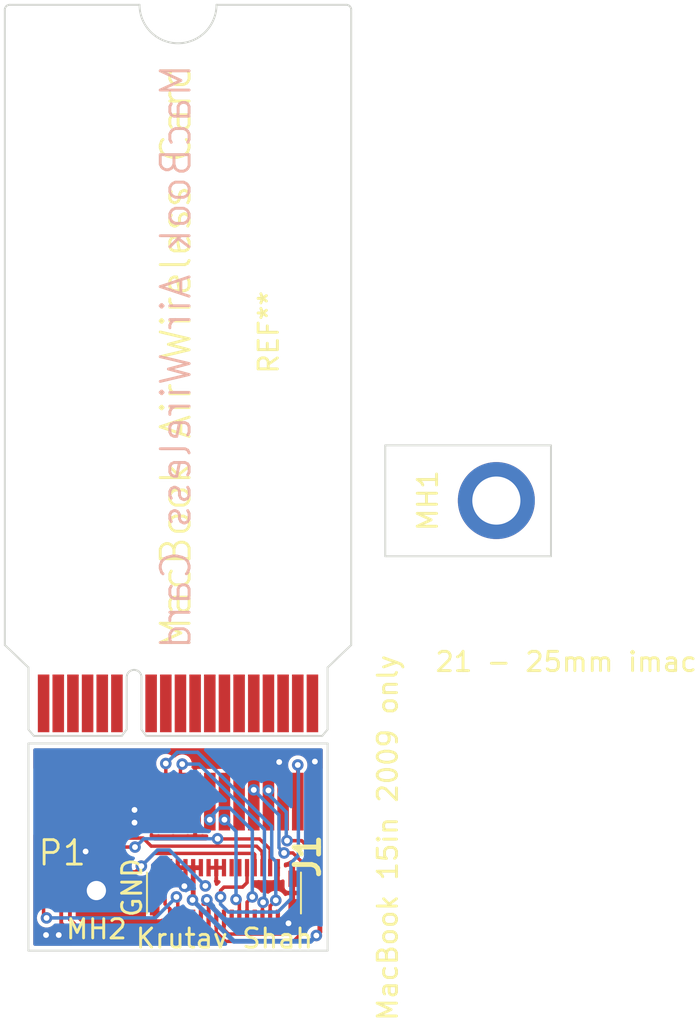
<source format=kicad_pcb>
(kicad_pcb (version 20171130) (host pcbnew "(5.1.7)-1")

  (general
    (thickness 1.6)
    (drawings 12)
    (tracks 180)
    (zones 0)
    (modules 5)
    (nets 18)
  )

  (page A4)
  (layers
    (0 F.Cu signal)
    (31 B.Cu signal)
    (32 B.Adhes user)
    (33 F.Adhes user)
    (34 B.Paste user)
    (35 F.Paste user)
    (36 B.SilkS user)
    (37 F.SilkS user)
    (38 B.Mask user)
    (39 F.Mask user)
    (40 Dwgs.User user)
    (41 Cmts.User user)
    (42 Eco1.User user)
    (43 Eco2.User user)
    (44 Edge.Cuts user)
    (45 Margin user)
    (46 B.CrtYd user)
    (47 F.CrtYd user)
    (48 B.Fab user)
    (49 F.Fab user)
  )

  (setup
    (last_trace_width 0.18)
    (user_trace_width 0.175)
    (user_trace_width 0.18)
    (user_trace_width 0.2)
    (trace_clearance 0.2)
    (zone_clearance 0.2)
    (zone_45_only no)
    (trace_min 0.175)
    (via_size 0.8)
    (via_drill 0.4)
    (via_min_size 0.4)
    (via_min_drill 0.3)
    (user_via 0.6 0.3)
    (uvia_size 0.3)
    (uvia_drill 0.1)
    (uvias_allowed no)
    (uvia_min_size 0.2)
    (uvia_min_drill 0.1)
    (edge_width 0.1)
    (segment_width 0.2)
    (pcb_text_width 0.3)
    (pcb_text_size 1.5 1.5)
    (mod_edge_width 0.15)
    (mod_text_size 1 1)
    (mod_text_width 0.15)
    (pad_size 2 2)
    (pad_drill 1)
    (pad_to_mask_clearance 0)
    (aux_axis_origin 0 0)
    (visible_elements 7FFFFFFF)
    (pcbplotparams
      (layerselection 0x010fc_ffffffff)
      (usegerberextensions false)
      (usegerberattributes true)
      (usegerberadvancedattributes true)
      (creategerberjobfile true)
      (excludeedgelayer true)
      (linewidth 0.100000)
      (plotframeref false)
      (viasonmask false)
      (mode 1)
      (useauxorigin false)
      (hpglpennumber 1)
      (hpglpenspeed 20)
      (hpglpendiameter 15.000000)
      (psnegative false)
      (psa4output false)
      (plotreference true)
      (plotvalue true)
      (plotinvisibletext false)
      (padsonsilk false)
      (subtractmaskfromsilk false)
      (outputformat 1)
      (mirror false)
      (drillshape 1)
      (scaleselection 1)
      (outputdirectory ""))
  )

  (net 0 "")
  (net 1 GND)
  (net 2 PCIE_AP_D2R_P)
  (net 3 AP_RESET_CONN_L)
  (net 4 PCIE_AP_D2R_N)
  (net 5 AP_PCIE_WAKE_L)
  (net 6 AP_CLKREQ_Q_L)
  (net 7 PCIE_CLK100M_AP_P)
  (net 8 WIFI_EVENT_L)
  (net 9 PCIE_CLK100M_AP_N)
  (net 10 "Net-(J1-Pad12)")
  (net 11 "Net-(J1-Pad14)")
  (net 12 PCIE_AP_R2D_P)
  (net 13 PCIE_AP_R2D_N)
  (net 14 USB_BT_P)
  (net 15 PP3V3_WLAN)
  (net 16 USB_BT_N)
  (net 17 PP3V3_S3_BT_F)

  (net_class Default "This is the default net class."
    (clearance 0.2)
    (trace_width 0.25)
    (via_dia 0.8)
    (via_drill 0.4)
    (uvia_dia 0.3)
    (uvia_drill 0.1)
    (add_net AP_CLKREQ_Q_L)
    (add_net AP_PCIE_WAKE_L)
    (add_net AP_RESET_CONN_L)
    (add_net GND)
    (add_net "Net-(J1-Pad12)")
    (add_net "Net-(J1-Pad14)")
    (add_net PCIE_AP_D2R_N)
    (add_net PCIE_AP_D2R_P)
    (add_net PCIE_AP_R2D_N)
    (add_net PCIE_AP_R2D_P)
    (add_net PCIE_CLK100M_AP_N)
    (add_net PCIE_CLK100M_AP_P)
    (add_net PP3V3_S3_BT_F)
    (add_net PP3V3_WLAN)
    (add_net USB_BT_N)
    (add_net USB_BT_P)
    (add_net WIFI_EVENT_L)
  )

  (module MountingHole:MountingHole_2.2mm_M2_DIN965_Pad (layer F.Cu) (tedit 603E9F90) (tstamp 603EB2E9)
    (at 104.2162 93.2688)
    (descr "Mounting Hole 2.2mm, M2, DIN965")
    (tags "mounting hole 2.2mm m2 din965")
    (attr virtual)
    (fp_text reference MH2 (at 0 2.0066 180) (layer F.SilkS)
      (effects (font (size 1 1) (thickness 0.15)))
    )
    (fp_text value "GND Hole" (at 0 2.032) (layer F.Fab)
      (effects (font (size 1 1) (thickness 0.15)))
    )
    (fp_text user %R (at 0.3 0) (layer F.Fab)
      (effects (font (size 1 1) (thickness 0.15)))
    )
    (pad 1 thru_hole rect (at 0 0) (size 2 2) (drill 1) (layers *.Cu *.Mask))
  )

  (module 5017450301 (layer F.Cu) (tedit 60398764) (tstamp 6039D5EE)
    (at 110.8456 93.6498)
    (descr 501745-0301)
    (tags Connector)
    (path /6022214E)
    (attr smd)
    (fp_text reference J1 (at 4.3434 -2.159 90) (layer F.SilkS)
      (effects (font (size 1.27 1.27) (thickness 0.254)))
    )
    (fp_text value 501745-0301 (at 0 0) (layer F.SilkS) hide
      (effects (font (size 1.27 1.27) (thickness 0.254)))
    )
    (fp_line (start -4 -1.319) (end -4 0.811) (layer F.SilkS) (width 0.1))
    (fp_line (start 4 -1.319) (end 4 0.811) (layer F.SilkS) (width 0.1))
    (fp_line (start 5 2.511) (end 5 -3.019) (layer F.CrtYd) (width 0.1))
    (fp_line (start -5 2.511) (end 5 2.511) (layer F.CrtYd) (width 0.1))
    (fp_line (start -5 -3.019) (end -5 2.511) (layer F.CrtYd) (width 0.1))
    (fp_line (start 5 -3.019) (end -5 -3.019) (layer F.CrtYd) (width 0.1))
    (fp_line (start 4 0.811) (end 4 -1.319) (layer F.Fab) (width 0.2))
    (fp_line (start -4 0.811) (end 4 0.811) (layer F.Fab) (width 0.2))
    (fp_line (start -4 -1.319) (end -4 0.811) (layer F.Fab) (width 0.2))
    (fp_line (start 4 -1.319) (end -4 -1.319) (layer F.Fab) (width 0.2))
    (fp_text user %R (at 0 -0.254) (layer F.Fab)
      (effects (font (size 1.27 1.27) (thickness 0.254)))
    )
    (pad 1 smd rect (at 2.8 1.061) (size 0.22 0.9) (layers F.Cu F.Paste F.Mask)
      (net 1 GND))
    (pad 2 smd rect (at 2.8 -1.569) (size 0.22 0.9) (layers F.Cu F.Paste F.Mask)
      (net 1 GND))
    (pad 3 smd rect (at 2.4 1.061) (size 0.22 0.9) (layers F.Cu F.Paste F.Mask)
      (net 2 PCIE_AP_D2R_P))
    (pad 4 smd rect (at 2.4 -1.569) (size 0.22 0.9) (layers F.Cu F.Paste F.Mask)
      (net 3 AP_RESET_CONN_L))
    (pad 5 smd rect (at 2 1.061) (size 0.22 0.9) (layers F.Cu F.Paste F.Mask)
      (net 4 PCIE_AP_D2R_N))
    (pad 6 smd rect (at 2 -1.569) (size 0.22 0.9) (layers F.Cu F.Paste F.Mask)
      (net 5 AP_PCIE_WAKE_L))
    (pad 7 smd rect (at 1.6 1.061) (size 0.22 0.9) (layers F.Cu F.Paste F.Mask)
      (net 1 GND))
    (pad 8 smd rect (at 1.6 -1.569) (size 0.22 0.9) (layers F.Cu F.Paste F.Mask)
      (net 6 AP_CLKREQ_Q_L))
    (pad 9 smd rect (at 1.2 1.061) (size 0.22 0.9) (layers F.Cu F.Paste F.Mask)
      (net 7 PCIE_CLK100M_AP_P))
    (pad 10 smd rect (at 1.2 -1.569) (size 0.22 0.9) (layers F.Cu F.Paste F.Mask)
      (net 8 WIFI_EVENT_L))
    (pad 11 smd rect (at 0.8 1.061) (size 0.22 0.9) (layers F.Cu F.Paste F.Mask)
      (net 9 PCIE_CLK100M_AP_N))
    (pad 12 smd rect (at 0.8 -1.569) (size 0.22 0.9) (layers F.Cu F.Paste F.Mask)
      (net 10 "Net-(J1-Pad12)"))
    (pad 13 smd rect (at 0.4 1.061) (size 0.22 0.9) (layers F.Cu F.Paste F.Mask)
      (net 1 GND))
    (pad 14 smd rect (at 0.4 -1.569) (size 0.22 0.9) (layers F.Cu F.Paste F.Mask)
      (net 11 "Net-(J1-Pad14)"))
    (pad 15 smd rect (at 0 1.061) (size 0.22 0.9) (layers F.Cu F.Paste F.Mask)
      (net 12 PCIE_AP_R2D_P))
    (pad 16 smd rect (at 0 -1.569) (size 0.22 0.9) (layers F.Cu F.Paste F.Mask)
      (net 1 GND))
    (pad 17 smd rect (at -0.4 1.061) (size 0.22 0.9) (layers F.Cu F.Paste F.Mask)
      (net 13 PCIE_AP_R2D_N))
    (pad 18 smd rect (at -0.4 -1.569) (size 0.22 0.9) (layers F.Cu F.Paste F.Mask)
      (net 1 GND))
    (pad 19 smd rect (at -0.8 1.061) (size 0.22 0.9) (layers F.Cu F.Paste F.Mask)
      (net 1 GND))
    (pad 20 smd rect (at -0.8 -1.569) (size 0.22 0.9) (layers F.Cu F.Paste F.Mask)
      (net 1 GND))
    (pad 21 smd rect (at -1.2 1.061) (size 0.22 0.9) (layers F.Cu F.Paste F.Mask)
      (net 14 USB_BT_P))
    (pad 22 smd rect (at -1.2 -1.569) (size 0.22 0.9) (layers F.Cu F.Paste F.Mask)
      (net 15 PP3V3_WLAN))
    (pad 23 smd rect (at -1.6 1.061) (size 0.22 0.9) (layers F.Cu F.Paste F.Mask)
      (net 16 USB_BT_N))
    (pad 24 smd rect (at -1.6 -1.569) (size 0.22 0.9) (layers F.Cu F.Paste F.Mask)
      (net 15 PP3V3_WLAN))
    (pad 25 smd rect (at -2 1.061) (size 0.22 0.9) (layers F.Cu F.Paste F.Mask)
      (net 1 GND))
    (pad 26 smd rect (at -2 -1.569) (size 0.22 0.9) (layers F.Cu F.Paste F.Mask)
      (net 15 PP3V3_WLAN))
    (pad 27 smd rect (at -2.4 1.061) (size 0.22 0.9) (layers F.Cu F.Paste F.Mask)
      (net 17 PP3V3_S3_BT_F))
    (pad 28 smd rect (at -2.4 -1.569) (size 0.22 0.9) (layers F.Cu F.Paste F.Mask)
      (net 15 PP3V3_WLAN))
    (pad 29 smd rect (at -2.8 1.061) (size 0.22 0.9) (layers F.Cu F.Paste F.Mask)
      (net 15 PP3V3_WLAN))
    (pad 30 smd rect (at -2.8 -1.569) (size 0.22 0.9) (layers F.Cu F.Paste F.Mask)
      (net 15 PP3V3_WLAN))
    (pad 31 smd rect (at 3.6 0.486) (size 0.5 0.85) (layers F.Cu F.Paste F.Mask)
      (net 1 GND))
    (pad 32 smd rect (at 3.6 -0.994) (size 0.5 0.85) (layers F.Cu F.Paste F.Mask)
      (net 1 GND))
    (pad 33 smd rect (at -3.6 -0.994) (size 0.5 0.85) (layers F.Cu F.Paste F.Mask)
      (net 1 GND))
    (pad 34 smd rect (at -3.6 0.486) (size 0.5 0.85) (layers F.Cu F.Paste F.Mask)
      (net 1 GND))
    (model "C:\\Users\\Administrator\\Documents\\KiCad Projects\\SamacSys_Parts.3dshapes\\501745-0301.stp"
      (at (xyz 0 0 0))
      (scale (xyz 1 1 1))
      (rotate (xyz 0 0 0))
    )
  )

  (module MountingHole:MountingHole_2.5mm_Pad (layer F.Cu) (tedit 6039CA5E) (tstamp 6039D00F)
    (at 125 72.9996)
    (descr "Mounting Hole 2.5mm")
    (tags "mounting hole 2.5mm")
    (attr virtual)
    (fp_text reference MH1 (at -3.5626 0 90) (layer F.SilkS)
      (effects (font (size 1 1) (thickness 0.15)))
    )
    (fp_text value MountingHole_2.5mm_Pad (at 0 3.5) (layer F.Fab)
      (effects (font (size 1 1) (thickness 0.15)))
    )
    (fp_circle (center 0 0) (end 2.75 0) (layer F.CrtYd) (width 0.05))
    (fp_circle (center 0 0) (end 2.5 0) (layer Cmts.User) (width 0.15))
    (fp_text user %R (at 0.3 0) (layer F.Fab)
      (effects (font (size 1 1) (thickness 0.15)))
    )
    (pad 1 thru_hole circle (at 0 0) (size 4 4) (drill 2.5) (layers *.Cu *.Mask))
  )

  (module "MBPWirelessUpgrade:MacBook Air Wireless Card" (layer F.Cu) (tedit 603965A5) (tstamp 6039E3E5)
    (at 99.458 47.2321)
    (fp_text reference REF** (at 13.708 17.018 90) (layer F.SilkS)
      (effects (font (size 1 1) (thickness 0.15)))
    )
    (fp_text value "MacBook Air Wireless Card" (at 12.708 17.018 90) (layer F.Fab)
      (effects (font (size 1 1) (thickness 0.15)))
    )
    (fp_arc (start 9 0) (end 7 0) (angle -180) (layer Edge.Cuts) (width 0.1))
    (fp_arc (start 0.254 0.254) (end 0.254 0) (angle -90) (layer Edge.Cuts) (width 0.1))
    (fp_arc (start 17.746 0.254) (end 18 0.254) (angle -90) (layer Edge.Cuts) (width 0.1))
    (fp_arc (start 6.718 34.952) (end 6.333 34.952) (angle 180) (layer Edge.Cuts) (width 0.1))
    (fp_text user "MacBook Air Wireless Card" (at 8.89 18.288 90) (layer F.SilkS)
      (effects (font (size 1.5 1.5) (thickness 0.15)))
    )
    (fp_text user "MacBook Air Wireless Card" (at 8.89 18.288 90) (layer B.SilkS)
      (effects (font (size 1.5 1.5) (thickness 0.15)) (justify mirror))
    )
    (fp_line (start 1.229 34.444) (end 1.229 37.665) (layer Edge.Cuts) (width 0.1))
    (fp_line (start 0 33.274) (end 1.229 34.444) (layer Edge.Cuts) (width 0.1))
    (fp_line (start 16.771 34.444) (end 18 33.274) (layer Edge.Cuts) (width 0.1))
    (fp_line (start 0 0.254) (end 0 33.274) (layer Edge.Cuts) (width 0.1))
    (fp_line (start 11 0) (end 17.746 0) (layer Edge.Cuts) (width 0.1))
    (fp_line (start 18 0.254) (end 18 33.274) (layer Edge.Cuts) (width 0.1))
    (fp_line (start 1.229 37.665) (end 1.507 38) (layer Edge.Cuts) (width 0.1))
    (fp_line (start 0.254 0) (end 7 0) (layer Edge.Cuts) (width 0.1))
    (fp_line (start 16.771 34.444) (end 16.771 37.665) (layer Edge.Cuts) (width 0.1))
    (fp_line (start 16.771 37.665) (end 16.493 38) (layer Edge.Cuts) (width 0.1))
    (fp_line (start 1.507 38) (end 6.079 38) (layer Edge.Cuts) (width 0.1))
    (fp_line (start 6.079 38) (end 6.329 37.665) (layer Edge.Cuts) (width 0.1))
    (fp_line (start 7.349 38) (end 16.493 38) (layer Edge.Cuts) (width 0.1))
    (fp_line (start 7.349 38) (end 7.099 37.665) (layer Edge.Cuts) (width 0.1))
    (fp_line (start 6.333 34.952) (end 6.333 37.665) (layer Edge.Cuts) (width 0.1))
    (fp_line (start 7.099 34.952) (end 7.099 37.665) (layer Edge.Cuts) (width 0.1))
    (pad 18 connect rect (at 2.015 36.3085) (size 0.6 3) (layers F.Cu F.Mask))
    (pad 17 connect rect (at 2.777 36.3085) (size 0.6 3) (layers F.Cu F.Mask))
    (pad 16 connect rect (at 3.539 36.3085) (size 0.6 3) (layers F.Cu F.Mask))
    (pad 15 connect rect (at 4.301 36.3085) (size 0.6 3) (layers F.Cu F.Mask))
    (pad 14 connect rect (at 5.063 36.3085) (size 0.6 3) (layers F.Cu F.Mask))
    (pad 13 connect rect (at 5.825 36.3085) (size 0.6 3) (layers F.Cu F.Mask))
    (pad 12 connect rect (at 7.603 36.3085) (size 0.6 3) (layers F.Cu F.Mask))
    (pad 11 connect rect (at 8.365 36.3085) (size 0.6 3) (layers F.Cu F.Mask))
    (pad 10 connect rect (at 9.127 36.3085) (size 0.6 3) (layers F.Cu F.Mask))
    (pad 9 connect rect (at 9.889 36.3085) (size 0.6 3) (layers F.Cu F.Mask))
    (pad 8 connect rect (at 10.651 36.3085) (size 0.6 3) (layers F.Cu F.Mask))
    (pad 7 connect rect (at 11.413 36.3085) (size 0.6 3) (layers F.Cu F.Mask))
    (pad 6 connect rect (at 12.175 36.3085) (size 0.6 3) (layers F.Cu F.Mask))
    (pad 5 connect rect (at 12.937 36.3085) (size 0.6 3) (layers F.Cu F.Mask))
    (pad 4 connect rect (at 13.699 36.3085) (size 0.6 3) (layers F.Cu F.Mask))
    (pad 3 connect rect (at 14.461 36.3085) (size 0.6 3) (layers F.Cu F.Mask))
    (pad 2 connect rect (at 15.223 36.3085) (size 0.6 3) (layers F.Cu F.Mask))
    (pad 1 connect rect (at 15.985 36.3085) (size 0.6 3) (layers F.Cu F.Mask))
  )

  (module "" (layer F.Cu) (tedit 6039844E) (tstamp 0)
    (at 108.602 88.6595)
    (fp_text reference P1 (at -6.1638 2.6535) (layer F.SilkS)
      (effects (font (size 1.27 1.27) (thickness 0.15)))
    )
    (fp_text value "" (at 0 0) (layer F.SilkS)
      (effects (font (size 1.27 1.27) (thickness 0.15)))
    )
    (pad 3 connect rect (at 5.317 -0.0135) (size 0.6 3) (layers F.Cu F.Mask)
      (net 1 GND))
    (pad 15 connect rect (at -4.843 -0.0135) (size 0.6 3) (layers F.Cu F.Mask)
      (net 6 AP_CLKREQ_Q_L))
    (pad 16 connect rect (at -5.605 -0.0135) (size 0.6 3) (layers F.Cu F.Mask)
      (net 16 USB_BT_N))
    (pad 5 connect rect (at 3.793 -0.0135) (size 0.6 3) (layers F.Cu F.Mask)
      (net 12 PCIE_AP_R2D_P))
    (pad 18 connect rect (at -7.129 -0.0135) (size 0.6 3) (layers F.Cu F.Mask)
      (net 17 PP3V3_S3_BT_F))
    (pad 12 connect rect (at -1.541 -0.0135) (size 0.6 3) (layers F.Cu F.Mask)
      (net 1 GND))
    (pad 9 connect rect (at 0.745 -0.0135) (size 0.6 3) (layers F.Cu F.Mask)
      (net 1 GND))
    (pad 1 connect rect (at 6.841 -0.0135) (size 0.6 3) (layers F.Cu F.Mask)
      (net 15 PP3V3_WLAN))
    (pad 14 connect rect (at -4.081 -0.0135) (size 0.6 3) (layers F.Cu F.Mask)
      (net 3 AP_RESET_CONN_L))
    (pad 10 connect rect (at -0.017 -0.0135) (size 0.6 3) (layers F.Cu F.Mask)
      (net 4 PCIE_AP_D2R_N))
    (pad 11 connect rect (at -0.779 -0.0135) (size 0.6 3) (layers F.Cu F.Mask)
      (net 2 PCIE_AP_D2R_P))
    (pad 6 connect rect (at 3.031 -0.0135) (size 0.6 3) (layers F.Cu F.Mask)
      (net 1 GND))
    (pad 8 connect rect (at 1.507 -0.0135) (size 0.6 3) (layers F.Cu F.Mask)
      (net 7 PCIE_CLK100M_AP_P))
    (pad 13 connect rect (at -3.319 -0.0135) (size 0.6 3) (layers F.Cu F.Mask)
      (net 5 AP_PCIE_WAKE_L))
    (pad 4 connect rect (at 4.555 -0.0135) (size 0.6 3) (layers F.Cu F.Mask)
      (net 13 PCIE_AP_R2D_N))
    (pad 17 connect rect (at -6.367 -0.0135) (size 0.6 3) (layers F.Cu F.Mask)
      (net 14 USB_BT_P))
    (pad 7 connect rect (at 2.269 -0.0135) (size 0.6 3) (layers F.Cu F.Mask)
      (net 9 PCIE_CLK100M_AP_N))
    (pad 2 connect rect (at 6.079 -0.0135) (size 0.6 3) (layers F.Cu F.Mask)
      (net 8 WIFI_EVENT_L))
  )

  (gr_text "MacBook 15in 2009 only" (at 119.3546 90.5256 90) (layer F.SilkS) (tstamp 6039F948)
    (effects (font (size 1 1) (thickness 0.15)))
  )
  (gr_text GND (at 106.0704 93.1164 90) (layer F.SilkS) (tstamp 603EB582)
    (effects (font (size 1 1) (thickness 0.15)))
  )
  (gr_text "Krutav Shah" (at 110.871 95.758) (layer F.SilkS)
    (effects (font (size 1 1) (thickness 0.15)))
  )
  (gr_line (start 119.2276 75.8952) (end 119.2276 70.1294) (layer Edge.Cuts) (width 0.1) (tstamp 6039F9F7))
  (gr_text "21 - 25mm imac" (at 128.6256 81.3816) (layer F.SilkS)
    (effects (font (size 1 1) (thickness 0.15)))
  )
  (gr_line (start 127.8382 70.1294) (end 119.2276 70.1294) (layer Edge.Cuts) (width 0.1) (tstamp 6039D09C))
  (gr_line (start 127.8382 75.8952) (end 127.8382 70.1294) (layer Edge.Cuts) (width 0.1) (tstamp 6039D09C))
  (gr_line (start 100.6854 96.393) (end 100.6856 85.6234) (layer Edge.Cuts) (width 0.1) (tstamp 6039C06C))
  (gr_line (start 116.2304 96.393) (end 116.2304 85.6234) (layer Edge.Cuts) (width 0.1))
  (gr_line (start 116.2304 96.393) (end 100.6854 96.393) (layer Edge.Cuts) (width 0.1))
  (gr_line (start 119.2276 75.8952) (end 127.8382 75.8952) (layer Edge.Cuts) (width 0.1))
  (gr_line (start 100.6856 85.6234) (end 116.2304 85.6234) (layer Edge.Cuts) (width 0.1))

  (via (at 114.1984 94.9706) (size 0.6) (drill 0.3) (layers F.Cu B.Cu) (net 1) (tstamp 603E9D65))
  (via (at 106.1974 89.0778) (size 0.6) (drill 0.3) (layers F.Cu B.Cu) (net 1) (tstamp 603E9C1F))
  (via (at 106.1974 89.7382) (size 0.6) (drill 0.3) (layers F.Cu B.Cu) (net 1) (tstamp 603E9C20))
  (via (at 101.6 95.5802) (size 0.6) (drill 0.3) (layers F.Cu B.Cu) (net 1) (tstamp 603E9353))
  (via (at 102.2604 95.5802) (size 0.6) (drill 0.3) (layers F.Cu B.Cu) (net 1) (tstamp 603E9354))
  (via (at 103.6574 91.2368) (size 0.6) (drill 0.3) (layers F.Cu B.Cu) (net 1))
  (via (at 113.7158 86.5886) (size 0.6) (drill 0.3) (layers F.Cu B.Cu) (net 1))
  (via (at 108.7882 93.0402) (size 0.6) (drill 0.3) (layers F.Cu B.Cu) (net 1))
  (via (at 109.9566 93.7514) (size 0.6) (drill 0.3) (layers F.Cu B.Cu) (net 1))
  (via (at 115.57 86.5632) (size 0.6) (drill 0.3) (layers F.Cu B.Cu) (net 1))
  (segment (start 113.9054 94.9706) (end 113.6456 94.7108) (width 0.18) (layer F.Cu) (net 1))
  (segment (start 114.1984 94.9706) (end 113.9054 94.9706) (width 0.18) (layer F.Cu) (net 1))
  (segment (start 114.1984 94.383) (end 114.4456 94.1358) (width 0.18) (layer F.Cu) (net 1))
  (segment (start 114.1984 94.9706) (end 114.1984 94.383) (width 0.18) (layer F.Cu) (net 1))
  (via (at 113.157 88.0618) (size 0.6) (drill 0.3) (layers F.Cu B.Cu) (net 13) (tstamp 603E9335))
  (via (at 106.2228 91.0082) (size 0.6) (drill 0.3) (layers F.Cu B.Cu) (net 3) (tstamp 603E9256))
  (via (at 113.538 93.7768) (size 0.6) (drill 0.3) (layers F.Cu B.Cu) (net 2))
  (via (at 112.8776 93.8784) (size 0.6) (drill 0.3) (layers F.Cu B.Cu) (net 4))
  (via (at 112.3188 93.599) (size 0.6) (drill 0.3) (layers F.Cu B.Cu) (net 7))
  (segment (start 107.8992 88.7222) (end 107.823 88.646) (width 0.18) (layer F.Cu) (net 2))
  (via (at 107.823 86.6648) (size 0.6) (drill 0.3) (layers F.Cu B.Cu) (net 2))
  (segment (start 113.2456 94.0692) (end 113.538 93.7768) (width 0.18) (layer F.Cu) (net 2))
  (segment (start 113.2456 94.7108) (end 113.2456 94.0692) (width 0.18) (layer F.Cu) (net 2))
  (segment (start 107.823 86.6648) (end 107.823 88.646) (width 0.18) (layer F.Cu) (net 2))
  (segment (start 107.835 86.6648) (end 107.823 86.6648) (width 0.18) (layer B.Cu) (net 2))
  (segment (start 113.538 93.7768) (end 113.538 91.754402) (width 0.18) (layer B.Cu) (net 2))
  (segment (start 113.538 91.754402) (end 113.328009 91.544411) (width 0.18) (layer B.Cu) (net 2))
  (segment (start 113.328009 89.934609) (end 109.474 86.0806) (width 0.18) (layer B.Cu) (net 2))
  (segment (start 113.328009 91.544411) (end 113.328009 89.934609) (width 0.18) (layer B.Cu) (net 2))
  (segment (start 109.474 86.0806) (end 109.471071 86.083529) (width 0.18) (layer B.Cu) (net 2))
  (segment (start 109.471071 86.083529) (end 108.416271 86.083529) (width 0.18) (layer B.Cu) (net 2))
  (segment (start 108.416271 86.083529) (end 107.835 86.6648) (width 0.18) (layer B.Cu) (net 2))
  (segment (start 104.521 88.646) (end 104.521 90.326) (width 0.18) (layer F.Cu) (net 3))
  (via (at 110.5154 90.5764) (size 0.6) (drill 0.3) (layers F.Cu B.Cu) (net 3))
  (segment (start 105.2032 91.0082) (end 106.2482 91.0082) (width 0.18) (layer F.Cu) (net 3))
  (segment (start 104.521 90.326) (end 105.2032 91.0082) (width 0.18) (layer F.Cu) (net 3))
  (segment (start 106.2482 91.0082) (end 106.61638 90.64002) (width 0.18) (layer B.Cu) (net 3))
  (segment (start 113.2456 92.0808) (end 113.245601 91.261385) (width 0.18) (layer F.Cu) (net 3))
  (segment (start 113.245601 91.261385) (end 113.245601 91.122201) (width 0.175) (layer F.Cu) (net 3))
  (segment (start 112.696905 90.58588) (end 110.5408 90.58588) (width 0.175) (layer F.Cu) (net 3))
  (segment (start 112.941424 90.8304) (end 112.696905 90.58588) (width 0.175) (layer F.Cu) (net 3))
  (segment (start 112.9538 90.8304) (end 112.941424 90.8304) (width 0.175) (layer F.Cu) (net 3))
  (segment (start 113.245601 91.122201) (end 112.9538 90.8304) (width 0.175) (layer F.Cu) (net 3))
  (segment (start 106.68 90.5764) (end 106.61638 90.64002) (width 0.175) (layer B.Cu) (net 3))
  (segment (start 110.5154 90.5764) (end 106.68 90.5764) (width 0.175) (layer B.Cu) (net 3))
  (segment (start 112.8456 93.9104) (end 112.8776 93.8784) (width 0.18) (layer F.Cu) (net 4))
  (segment (start 112.8456 94.7108) (end 112.8456 93.9104) (width 0.18) (layer F.Cu) (net 4))
  (segment (start 112.947999 90.092015) (end 109.552352 86.696368) (width 0.18) (layer B.Cu) (net 4))
  (segment (start 112.8776 93.8276) (end 112.947999 93.757201) (width 0.18) (layer B.Cu) (net 4))
  (segment (start 108.585 88.646) (end 108.585 86.788002) (width 0.18) (layer F.Cu) (net 4))
  (segment (start 108.585 86.788002) (end 108.676634 86.696368) (width 0.18) (layer F.Cu) (net 4))
  (segment (start 112.8776 93.8784) (end 112.8776 93.8276) (width 0.18) (layer B.Cu) (net 4))
  (segment (start 108.637739 86.657473) (end 108.676634 86.696368) (width 0.18) (layer B.Cu) (net 4))
  (via (at 108.676634 86.696368) (size 0.6) (drill 0.3) (layers F.Cu B.Cu) (net 4))
  (segment (start 109.552352 86.696368) (end 108.676634 86.696368) (width 0.18) (layer B.Cu) (net 4))
  (segment (start 112.947999 93.757201) (end 112.947999 90.092015) (width 0.18) (layer B.Cu) (net 4))
  (segment (start 105.49783 90.54083) (end 105.283 90.326) (width 0.18) (layer F.Cu) (net 5))
  (segment (start 105.283 90.326) (end 105.283 88.646) (width 0.18) (layer F.Cu) (net 5))
  (segment (start 112.8456 92.0808) (end 112.845601 91.398799) (width 0.18) (layer F.Cu) (net 5))
  (segment (start 112.541571 90.96089) (end 107.06449 90.96089) (width 0.175) (layer F.Cu) (net 5))
  (segment (start 112.823111 91.398799) (end 112.823111 91.242429) (width 0.175) (layer F.Cu) (net 5))
  (segment (start 107.06449 90.96089) (end 106.64443 90.54083) (width 0.175) (layer F.Cu) (net 5))
  (segment (start 112.845601 91.398799) (end 112.823111 91.398799) (width 0.175) (layer F.Cu) (net 5))
  (segment (start 112.823111 91.242429) (end 112.541571 90.96089) (width 0.175) (layer F.Cu) (net 5))
  (segment (start 106.64443 90.54083) (end 105.49783 90.54083) (width 0.18) (layer F.Cu) (net 5))
  (via (at 106.552749 91.998669) (size 0.6) (drill 0.3) (layers F.Cu B.Cu) (net 6))
  (segment (start 103.759 88.646) (end 103.759 90.326) (width 0.18) (layer F.Cu) (net 6))
  (segment (start 103.759 90.326) (end 105.731668 92.298668) (width 0.18) (layer F.Cu) (net 6))
  (segment (start 105.731668 92.298668) (end 106.25275 92.298668) (width 0.18) (layer F.Cu) (net 6))
  (segment (start 106.25275 92.298668) (end 106.552749 91.998669) (width 0.18) (layer F.Cu) (net 6))
  (segment (start 106.552749 91.998669) (end 107.390818 91.1606) (width 0.18) (layer B.Cu) (net 6))
  (via (at 109.878943 93.027582) (size 0.6) (drill 0.3) (layers F.Cu B.Cu) (net 6))
  (segment (start 107.390818 91.1606) (end 108.011961 91.1606) (width 0.18) (layer B.Cu) (net 6))
  (segment (start 108.011961 91.1606) (end 109.878943 93.027582) (width 0.18) (layer B.Cu) (net 6))
  (segment (start 107.213018 91.3384) (end 106.552749 91.998669) (width 0.18) (layer F.Cu) (net 6))
  (segment (start 112.385202 91.3384) (end 107.213018 91.3384) (width 0.18) (layer F.Cu) (net 6))
  (segment (start 112.445601 91.398799) (end 112.385202 91.3384) (width 0.18) (layer F.Cu) (net 6))
  (segment (start 112.4456 92.0808) (end 112.445601 91.398799) (width 0.18) (layer F.Cu) (net 6))
  (via (at 110.109 89.5858) (size 0.6) (drill 0.3) (layers F.Cu B.Cu) (net 7))
  (segment (start 112.0456 94.7108) (end 112.0456 93.8722) (width 0.18) (layer F.Cu) (net 7))
  (segment (start 112.0456 93.8722) (end 112.3188 93.599) (width 0.18) (layer F.Cu) (net 7))
  (segment (start 110.280999 89.413801) (end 110.109 89.5858) (width 0.18) (layer B.Cu) (net 7))
  (segment (start 110.280999 89.302599) (end 110.280999 89.413801) (width 0.18) (layer B.Cu) (net 7))
  (segment (start 110.607398 88.9762) (end 110.280999 89.302599) (width 0.18) (layer B.Cu) (net 7))
  (segment (start 111.1504 88.9762) (end 110.607398 88.9762) (width 0.18) (layer B.Cu) (net 7))
  (segment (start 112.3188 90.1446) (end 111.1504 88.9762) (width 0.18) (layer B.Cu) (net 7))
  (segment (start 112.3188 93.599) (end 112.3188 90.1446) (width 0.18) (layer B.Cu) (net 7))
  (segment (start 114.681 88.646) (end 114.855499 88.820499) (width 0.175) (layer F.Cu) (net 8))
  (via (at 114.681 86.741) (size 0.6) (drill 0.3) (layers F.Cu B.Cu) (net 8))
  (segment (start 114.681 88.646) (end 114.681 86.741) (width 0.18) (layer F.Cu) (net 8))
  (via (at 110.6678 93.599) (size 0.6) (drill 0.3) (layers F.Cu B.Cu) (net 8))
  (segment (start 110.6678 93.599) (end 110.6678 93.2688) (width 0.18) (layer F.Cu) (net 8))
  (segment (start 110.6678 93.2688) (end 110.8456 93.091) (width 0.18) (layer F.Cu) (net 8))
  (segment (start 110.8456 93.091) (end 111.8108 93.091) (width 0.18) (layer F.Cu) (net 8))
  (segment (start 112.0456 92.8562) (end 112.0456 92.0808) (width 0.18) (layer F.Cu) (net 8))
  (segment (start 111.8108 93.091) (end 112.0456 92.8562) (width 0.18) (layer F.Cu) (net 8))
  (segment (start 114.3254 93.7006) (end 113.6396 94.3864) (width 0.18) (layer B.Cu) (net 8))
  (segment (start 113.6396 94.3864) (end 111.0742 94.3864) (width 0.18) (layer B.Cu) (net 8))
  (segment (start 110.6678 93.98) (end 110.6678 93.599) (width 0.18) (layer B.Cu) (net 8))
  (segment (start 111.0742 94.3864) (end 110.6678 93.98) (width 0.18) (layer B.Cu) (net 8))
  (segment (start 114.3254 91.830602) (end 114.712201 91.443801) (width 0.18) (layer B.Cu) (net 8))
  (segment (start 114.3254 93.7006) (end 114.3254 91.830602) (width 0.18) (layer B.Cu) (net 8))
  (segment (start 114.712201 86.772201) (end 114.681 86.741) (width 0.18) (layer B.Cu) (net 8))
  (segment (start 114.712201 91.443801) (end 114.712201 86.772201) (width 0.18) (layer B.Cu) (net 8))
  (via (at 110.871 89.5858) (size 0.6) (drill 0.3) (layers F.Cu B.Cu) (net 9))
  (via (at 111.472722 93.731052) (size 0.6) (drill 0.3) (layers F.Cu B.Cu) (net 9))
  (segment (start 111.6456 94.7108) (end 111.6456 93.90393) (width 0.18) (layer F.Cu) (net 9))
  (segment (start 111.6456 93.90393) (end 111.472722 93.731052) (width 0.18) (layer F.Cu) (net 9))
  (segment (start 111.472722 90.187522) (end 110.871 89.5858) (width 0.18) (layer B.Cu) (net 9))
  (segment (start 111.472722 93.731052) (end 111.472722 90.187522) (width 0.18) (layer B.Cu) (net 9))
  (segment (start 114.143585 95.529399) (end 111.078215 95.529399) (width 0.18) (layer F.Cu) (net 12))
  (segment (start 111.078215 95.529399) (end 110.8456 95.296784) (width 0.18) (layer F.Cu) (net 12))
  (segment (start 110.8456 95.296784) (end 110.8456 94.7108) (width 0.18) (layer F.Cu) (net 12))
  (via (at 112.395 88.0364) (size 0.6) (drill 0.3) (layers F.Cu B.Cu) (net 12))
  (segment (start 114.143585 95.529399) (end 114.26673 95.529399) (width 0.175) (layer F.Cu) (net 12))
  (via (at 113.9698 91.313) (size 0.6) (drill 0.3) (layers F.Cu B.Cu) (net 12))
  (segment (start 114.983101 94.813028) (end 114.983101 91.869101) (width 0.175) (layer F.Cu) (net 12))
  (segment (start 114.26673 95.529399) (end 114.983101 94.813028) (width 0.175) (layer F.Cu) (net 12))
  (segment (start 114.983101 91.869101) (end 114.427 91.313) (width 0.175) (layer F.Cu) (net 12))
  (segment (start 114.427 91.313) (end 113.9444 91.313) (width 0.175) (layer F.Cu) (net 12))
  (segment (start 113.94789 91.29109) (end 113.94789 91.313) (width 0.175) (layer B.Cu) (net 12))
  (segment (start 112.395 88.0364) (end 113.70552 89.34692) (width 0.175) (layer B.Cu) (net 12))
  (segment (start 113.70552 91.04872) (end 113.94789 91.29109) (width 0.175) (layer B.Cu) (net 12))
  (segment (start 113.70552 89.34692) (end 113.70552 91.04872) (width 0.175) (layer B.Cu) (net 12))
  (segment (start 110.4456 95.4342) (end 110.92081 95.90941) (width 0.18) (layer F.Cu) (net 13))
  (segment (start 110.4456 94.7108) (end 110.4456 95.4342) (width 0.18) (layer F.Cu) (net 13))
  (segment (start 110.92081 95.90941) (end 114.30099 95.90941) (width 0.18) (layer F.Cu) (net 13))
  (segment (start 114.30099 95.90941) (end 114.45339 95.90941) (width 0.175) (layer F.Cu) (net 13))
  (segment (start 114.45339 95.90941) (end 115.3668 94.996) (width 0.175) (layer F.Cu) (net 13))
  (segment (start 115.3668 94.996) (end 115.3668 93.6244) (width 0.175) (layer F.Cu) (net 13))
  (via (at 114.1222 90.678) (size 0.6) (drill 0.3) (layers F.Cu B.Cu) (net 13))
  (segment (start 114.08303 90.63883) (end 114.1222 90.678) (width 0.18) (layer B.Cu) (net 13))
  (segment (start 114.08303 89.190551) (end 114.08303 90.63883) (width 0.18) (layer B.Cu) (net 13))
  (segment (start 113.157 88.264522) (end 114.08303 89.190551) (width 0.18) (layer B.Cu) (net 13))
  (segment (start 113.157 88.0618) (end 113.157 88.264522) (width 0.18) (layer B.Cu) (net 13))
  (segment (start 115.3668 91.5924) (end 115.3668 93.6244) (width 0.18) (layer F.Cu) (net 13))
  (segment (start 115.3668 91.1606) (end 115.3668 91.5924) (width 0.18) (layer F.Cu) (net 13))
  (segment (start 114.8842 90.678) (end 115.3668 91.1606) (width 0.18) (layer F.Cu) (net 13))
  (segment (start 114.1222 90.678) (end 114.8842 90.678) (width 0.18) (layer F.Cu) (net 13))
  (segment (start 102.391 91.052001) (end 102.391 94.9622) (width 0.2) (layer F.Cu) (net 14))
  (segment (start 102.235 90.896001) (end 102.391 91.052001) (width 0.2) (layer F.Cu) (net 14))
  (segment (start 102.235 88.646) (end 102.235 90.896001) (width 0.2) (layer F.Cu) (net 14))
  (segment (start 102.391 94.9622) (end 103.339602 95.910802) (width 0.2) (layer F.Cu) (net 14))
  (segment (start 103.339602 95.910802) (end 108.7882 95.910802) (width 0.2) (layer F.Cu) (net 14))
  (segment (start 109.265016 95.910802) (end 108.7882 95.910802) (width 0.18) (layer F.Cu) (net 14))
  (segment (start 109.6456 95.530218) (end 109.265016 95.910802) (width 0.18) (layer F.Cu) (net 14))
  (segment (start 109.6456 94.7108) (end 109.6456 95.530218) (width 0.18) (layer F.Cu) (net 14))
  (segment (start 108.0456 92.0808) (end 109.610599 92.0808) (width 0.25) (layer F.Cu) (net 15))
  (via (at 115.6462 95.6056) (size 0.6) (drill 0.3) (layers F.Cu B.Cu) (net 15))
  (segment (start 109.2456 92.0808) (end 109.2456 93.72444) (width 0.25) (layer F.Cu) (net 15))
  (segment (start 109.2456 93.72444) (end 109.212012 93.758028) (width 0.25) (layer F.Cu) (net 15))
  (via (at 109.212012 93.758028) (size 0.6) (drill 0.3) (layers F.Cu B.Cu) (net 15))
  (segment (start 115.346201 95.905599) (end 111.359583 95.905599) (width 0.25) (layer B.Cu) (net 15))
  (segment (start 115.6462 95.6056) (end 115.346201 95.905599) (width 0.25) (layer B.Cu) (net 15))
  (segment (start 111.359583 95.905599) (end 109.512011 94.058027) (width 0.25) (layer B.Cu) (net 15))
  (segment (start 109.512011 94.058027) (end 109.212012 93.758028) (width 0.25) (layer B.Cu) (net 15))
  (segment (start 115.830111 89.033111) (end 115.443 88.646) (width 0.25) (layer F.Cu) (net 15))
  (segment (start 115.830111 95.421689) (end 115.830111 89.033111) (width 0.25) (layer F.Cu) (net 15))
  (segment (start 115.6462 95.6056) (end 115.830111 95.421689) (width 0.25) (layer F.Cu) (net 15))
  (segment (start 108.0456 94.7108) (end 108.0456 94.228) (width 0.18) (layer F.Cu) (net 15))
  (segment (start 107.785601 93.968001) (end 107.785601 92.950599) (width 0.18) (layer F.Cu) (net 15))
  (segment (start 108.0456 94.228) (end 107.785601 93.968001) (width 0.18) (layer F.Cu) (net 15))
  (segment (start 108.0456 92.6906) (end 108.0456 92.0808) (width 0.18) (layer F.Cu) (net 15))
  (segment (start 107.785601 92.950599) (end 108.0456 92.6906) (width 0.18) (layer F.Cu) (net 15))
  (segment (start 102.841 91.052001) (end 102.841 94.7758) (width 0.2) (layer F.Cu) (net 16))
  (segment (start 102.997 90.896001) (end 102.841 91.052001) (width 0.2) (layer F.Cu) (net 16))
  (segment (start 102.997 88.646) (end 102.997 90.896001) (width 0.2) (layer F.Cu) (net 16))
  (segment (start 102.841 94.7758) (end 103.526002 95.460802) (width 0.2) (layer F.Cu) (net 16))
  (segment (start 103.526002 95.460802) (end 108.7882 95.460802) (width 0.2) (layer F.Cu) (net 16))
  (segment (start 109.1776 95.460802) (end 108.7882 95.460802) (width 0.18) (layer F.Cu) (net 16))
  (segment (start 109.245601 95.392801) (end 109.1776 95.460802) (width 0.18) (layer F.Cu) (net 16))
  (segment (start 109.2456 94.7108) (end 109.245601 95.392801) (width 0.18) (layer F.Cu) (net 16))
  (via (at 101.6254 94.6912) (size 0.6) (drill 0.3) (layers F.Cu B.Cu) (net 17))
  (segment (start 101.473 94.5388) (end 101.6254 94.6912) (width 0.18) (layer F.Cu) (net 17))
  (segment (start 101.473 88.646) (end 101.473 94.5388) (width 0.18) (layer F.Cu) (net 17))
  (segment (start 101.6254 94.6912) (end 107.284034 94.6912) (width 0.18) (layer B.Cu) (net 17))
  (via (at 108.375611 93.599623) (size 0.6) (drill 0.3) (layers F.Cu B.Cu) (net 17))
  (segment (start 107.284034 94.6912) (end 108.375611 93.599623) (width 0.18) (layer B.Cu) (net 17))
  (segment (start 108.4456 94.7108) (end 108.4456 93.669612) (width 0.18) (layer F.Cu) (net 17))
  (segment (start 108.4456 93.669612) (end 108.375611 93.599623) (width 0.18) (layer F.Cu) (net 17))

  (zone (net 1) (net_name GND) (layer B.Cu) (tstamp 0) (hatch edge 0.508)
    (connect_pads (clearance 0.2))
    (min_thickness 0.175)
    (fill yes (arc_segments 32) (thermal_gap 0.2) (thermal_bridge_width 0.2) (smoothing chamfer))
    (polygon
      (pts
        (xy 116.2304 96.393) (xy 100.6856 96.393) (xy 100.6856 85.6234) (xy 116.2304 85.6234)
      )
    )
    (filled_polygon
      (pts
        (xy 107.887346 86.078589) (xy 107.880864 86.0773) (xy 107.765136 86.0773) (xy 107.651632 86.099877) (xy 107.544714 86.144164)
        (xy 107.44849 86.208459) (xy 107.366659 86.29029) (xy 107.302364 86.386514) (xy 107.258077 86.493432) (xy 107.2355 86.606936)
        (xy 107.2355 86.722664) (xy 107.258077 86.836168) (xy 107.302364 86.943086) (xy 107.366659 87.03931) (xy 107.44849 87.121141)
        (xy 107.544714 87.185436) (xy 107.651632 87.229723) (xy 107.765136 87.2523) (xy 107.880864 87.2523) (xy 107.994368 87.229723)
        (xy 108.101286 87.185436) (xy 108.19751 87.121141) (xy 108.234033 87.084618) (xy 108.302124 87.152709) (xy 108.398348 87.217004)
        (xy 108.505266 87.261291) (xy 108.61877 87.283868) (xy 108.734498 87.283868) (xy 108.848002 87.261291) (xy 108.95492 87.217004)
        (xy 109.051144 87.152709) (xy 109.129985 87.073868) (xy 109.395988 87.073868) (xy 110.92082 88.5987) (xy 110.625937 88.5987)
        (xy 110.607398 88.596874) (xy 110.588859 88.5987) (xy 110.533395 88.604163) (xy 110.462236 88.625748) (xy 110.396656 88.660802)
        (xy 110.339174 88.707976) (xy 110.327353 88.72238) (xy 110.051434 88.9983) (xy 110.051136 88.9983) (xy 109.937632 89.020877)
        (xy 109.830714 89.065164) (xy 109.73449 89.129459) (xy 109.652659 89.21129) (xy 109.588364 89.307514) (xy 109.544077 89.414432)
        (xy 109.5215 89.527936) (xy 109.5215 89.643664) (xy 109.544077 89.757168) (xy 109.588364 89.864086) (xy 109.652659 89.96031)
        (xy 109.73449 90.042141) (xy 109.830714 90.106436) (xy 109.937632 90.150723) (xy 110.051136 90.1733) (xy 110.087649 90.1733)
        (xy 110.059549 90.2014) (xy 106.698415 90.2014) (xy 106.679999 90.199586) (xy 106.661583 90.2014) (xy 106.661581 90.2014)
        (xy 106.606487 90.206826) (xy 106.5358 90.228269) (xy 106.470653 90.263091) (xy 106.413552 90.309952) (xy 106.401808 90.324262)
        (xy 106.382271 90.3438) (xy 106.362556 90.359979) (xy 106.298323 90.424212) (xy 106.280664 90.4207) (xy 106.164936 90.4207)
        (xy 106.051432 90.443277) (xy 105.944514 90.487564) (xy 105.84829 90.551859) (xy 105.766459 90.63369) (xy 105.702164 90.729914)
        (xy 105.657877 90.836832) (xy 105.6353 90.950336) (xy 105.6353 91.066064) (xy 105.657877 91.179568) (xy 105.702164 91.286486)
        (xy 105.766459 91.38271) (xy 105.84829 91.464541) (xy 105.944514 91.528836) (xy 106.051432 91.573123) (xy 106.131515 91.589052)
        (xy 106.096408 91.624159) (xy 106.032113 91.720383) (xy 105.987826 91.827301) (xy 105.965249 91.940805) (xy 105.965249 92.056533)
        (xy 105.987826 92.170037) (xy 106.032113 92.276955) (xy 106.096408 92.373179) (xy 106.178239 92.45501) (xy 106.274463 92.519305)
        (xy 106.381381 92.563592) (xy 106.494885 92.586169) (xy 106.610613 92.586169) (xy 106.724117 92.563592) (xy 106.831035 92.519305)
        (xy 106.927259 92.45501) (xy 107.00909 92.373179) (xy 107.073385 92.276955) (xy 107.117672 92.170037) (xy 107.140249 92.056533)
        (xy 107.140249 91.945034) (xy 107.547184 91.5381) (xy 107.855597 91.5381) (xy 109.291443 92.973947) (xy 109.291443 93.085446)
        (xy 109.309952 93.1785) (xy 109.269876 93.170528) (xy 109.154148 93.170528) (xy 109.040644 93.193105) (xy 108.933726 93.237392)
        (xy 108.869038 93.280615) (xy 108.831952 93.225113) (xy 108.750121 93.143282) (xy 108.653897 93.078987) (xy 108.546979 93.0347)
        (xy 108.433475 93.012123) (xy 108.317747 93.012123) (xy 108.204243 93.0347) (xy 108.097325 93.078987) (xy 108.001101 93.143282)
        (xy 107.91927 93.225113) (xy 107.854975 93.321337) (xy 107.810688 93.428255) (xy 107.788111 93.541759) (xy 107.788111 93.653258)
        (xy 107.12767 94.3137) (xy 102.078751 94.3137) (xy 101.99991 94.234859) (xy 101.903686 94.170564) (xy 101.796768 94.126277)
        (xy 101.683264 94.1037) (xy 101.567536 94.1037) (xy 101.454032 94.126277) (xy 101.347114 94.170564) (xy 101.25089 94.234859)
        (xy 101.169059 94.31669) (xy 101.104764 94.412914) (xy 101.060477 94.519832) (xy 101.0379 94.633336) (xy 101.0379 94.749064)
        (xy 101.060477 94.862568) (xy 101.104764 94.969486) (xy 101.169059 95.06571) (xy 101.25089 95.147541) (xy 101.347114 95.211836)
        (xy 101.454032 95.256123) (xy 101.567536 95.2787) (xy 101.683264 95.2787) (xy 101.796768 95.256123) (xy 101.903686 95.211836)
        (xy 101.99991 95.147541) (xy 102.078751 95.0687) (xy 107.265495 95.0687) (xy 107.284034 95.070526) (xy 107.302573 95.0687)
        (xy 107.358037 95.063237) (xy 107.429196 95.041652) (xy 107.494776 95.006598) (xy 107.552258 94.959424) (xy 107.564083 94.945015)
        (xy 108.321976 94.187123) (xy 108.433475 94.187123) (xy 108.546979 94.164546) (xy 108.653897 94.120259) (xy 108.718585 94.077036)
        (xy 108.755671 94.132538) (xy 108.837502 94.214369) (xy 108.933726 94.278664) (xy 109.040644 94.322951) (xy 109.154148 94.345528)
        (xy 109.216149 94.345528) (xy 110.926121 96.0555) (xy 101.022906 96.0555) (xy 101.023093 85.9609) (xy 108.005035 85.9609)
      )
    )
    (filled_polygon
      (pts
        (xy 115.8929 95.071881) (xy 115.817568 95.040677) (xy 115.704064 95.0181) (xy 115.588336 95.0181) (xy 115.474832 95.040677)
        (xy 115.367914 95.084964) (xy 115.27169 95.149259) (xy 115.189859 95.23109) (xy 115.125564 95.327314) (xy 115.081277 95.434232)
        (xy 115.069568 95.493099) (xy 111.530446 95.493099) (xy 109.799512 93.762165) (xy 109.799512 93.700164) (xy 109.781003 93.60711)
        (xy 109.821079 93.615082) (xy 109.936807 93.615082) (xy 110.050311 93.592505) (xy 110.0803 93.580083) (xy 110.0803 93.656864)
        (xy 110.102877 93.770368) (xy 110.147164 93.877286) (xy 110.211459 93.97351) (xy 110.29329 94.055341) (xy 110.296901 94.057754)
        (xy 110.317348 94.125161) (xy 110.352402 94.190741) (xy 110.399576 94.248224) (xy 110.413985 94.260049) (xy 110.794159 94.640225)
        (xy 110.805976 94.654624) (xy 110.863458 94.701798) (xy 110.929038 94.736852) (xy 111.000197 94.758437) (xy 111.055661 94.7639)
        (xy 111.05567 94.7639) (xy 111.074199 94.765725) (xy 111.092728 94.7639) (xy 113.621061 94.7639) (xy 113.6396 94.765726)
        (xy 113.658139 94.7639) (xy 113.713603 94.758437) (xy 113.784762 94.736852) (xy 113.850342 94.701798) (xy 113.907824 94.654624)
        (xy 113.919649 94.640215) (xy 114.579226 93.98064) (xy 114.593624 93.968824) (xy 114.607101 93.952403) (xy 114.640798 93.911342)
        (xy 114.675852 93.845762) (xy 114.697437 93.774603) (xy 114.704726 93.7006) (xy 114.7029 93.682061) (xy 114.7029 91.986966)
        (xy 114.966022 91.723845) (xy 114.980425 91.712025) (xy 115.027599 91.654543) (xy 115.062653 91.588963) (xy 115.084238 91.517804)
        (xy 115.089701 91.46234) (xy 115.089701 91.462333) (xy 115.091526 91.443802) (xy 115.089701 91.425271) (xy 115.089701 87.16315)
        (xy 115.137341 87.11551) (xy 115.201636 87.019286) (xy 115.245923 86.912368) (xy 115.2685 86.798864) (xy 115.2685 86.683136)
        (xy 115.245923 86.569632) (xy 115.201636 86.462714) (xy 115.137341 86.36649) (xy 115.05551 86.284659) (xy 114.959286 86.220364)
        (xy 114.852368 86.176077) (xy 114.738864 86.1535) (xy 114.623136 86.1535) (xy 114.509632 86.176077) (xy 114.402714 86.220364)
        (xy 114.30649 86.284659) (xy 114.224659 86.36649) (xy 114.160364 86.462714) (xy 114.116077 86.569632) (xy 114.0935 86.683136)
        (xy 114.0935 86.798864) (xy 114.116077 86.912368) (xy 114.160364 87.019286) (xy 114.224659 87.11551) (xy 114.30649 87.197341)
        (xy 114.334702 87.216192) (xy 114.334702 88.908357) (xy 113.703643 88.2773) (xy 113.721923 88.233168) (xy 113.7445 88.119664)
        (xy 113.7445 88.003936) (xy 113.721923 87.890432) (xy 113.677636 87.783514) (xy 113.613341 87.68729) (xy 113.53151 87.605459)
        (xy 113.435286 87.541164) (xy 113.328368 87.496877) (xy 113.214864 87.4743) (xy 113.099136 87.4743) (xy 112.985632 87.496877)
        (xy 112.878714 87.541164) (xy 112.789935 87.600484) (xy 112.76951 87.580059) (xy 112.673286 87.515764) (xy 112.566368 87.471477)
        (xy 112.452864 87.4489) (xy 112.337136 87.4489) (xy 112.223632 87.471477) (xy 112.116714 87.515764) (xy 112.02049 87.580059)
        (xy 111.938659 87.66189) (xy 111.874364 87.758114) (xy 111.830077 87.865032) (xy 111.823809 87.896544) (xy 109.888164 85.9609)
        (xy 115.892901 85.9609)
      )
    )
  )
  (zone (net 1) (net_name GND) (layer F.Cu) (tstamp 6039DF9F) (hatch edge 0.508)
    (connect_pads (clearance 0.2))
    (min_thickness 0.175)
    (fill yes (arc_segments 32) (thermal_gap 0.2) (thermal_bridge_width 0.2) (smoothing chamfer))
    (polygon
      (pts
        (xy 116.2304 96.393) (xy 100.6856 96.393) (xy 100.6856 85.6234) (xy 116.2304 85.6234)
      )
    )
    (filled_polygon
      (pts
        (xy 110.0803 93.656864) (xy 110.102877 93.770368) (xy 110.147164 93.877286) (xy 110.211459 93.97351) (xy 110.216911 93.978962)
        (xy 110.21196 93.97746) (xy 110.1556 93.971909) (xy 110.129975 93.9733) (xy 110.0581 94.045175) (xy 110.0581 94.185189)
        (xy 110.05226 94.20444) (xy 110.046709 94.2608) (xy 110.046709 95.1608) (xy 110.05226 95.21716) (xy 110.0581 95.236411)
        (xy 110.0581 95.376425) (xy 110.068101 95.386426) (xy 110.068101 95.415652) (xy 110.066274 95.4342) (xy 110.073563 95.508202)
        (xy 110.095148 95.579361) (xy 110.099258 95.587049) (xy 110.130203 95.644942) (xy 110.177377 95.702424) (xy 110.19178 95.714244)
        (xy 110.533035 96.0555) (xy 109.654182 96.0555) (xy 109.89942 95.810263) (xy 109.913824 95.798442) (xy 109.960998 95.74096)
        (xy 109.996052 95.67538) (xy 110.015942 95.609809) (xy 110.017637 95.604222) (xy 110.019992 95.580308) (xy 110.0231 95.548757)
        (xy 110.0231 95.54875) (xy 110.024925 95.530219) (xy 110.0231 95.511688) (xy 110.0231 95.386425) (xy 110.0331 95.376425)
        (xy 110.0331 95.236411) (xy 110.03894 95.21716) (xy 110.044491 95.1608) (xy 110.044491 94.2608) (xy 110.03894 94.20444)
        (xy 110.0331 94.185189) (xy 110.0331 94.045175) (xy 109.961225 93.9733) (xy 109.9356 93.971909) (xy 109.87924 93.97746)
        (xy 109.8456 93.987665) (xy 109.81196 93.97746) (xy 109.759179 93.972262) (xy 109.776935 93.929396) (xy 109.799512 93.815892)
        (xy 109.799512 93.700164) (xy 109.781003 93.60711) (xy 109.821079 93.615082) (xy 109.936807 93.615082) (xy 110.050311 93.592505)
        (xy 110.0803 93.580083)
      )
    )
    (filled_polygon
      (pts
        (xy 101.062446 90.4129) (xy 101.0955 90.422927) (xy 101.095501 94.435277) (xy 101.060477 94.519832) (xy 101.0379 94.633336)
        (xy 101.0379 94.749064) (xy 101.060477 94.862568) (xy 101.104764 94.969486) (xy 101.169059 95.06571) (xy 101.25089 95.147541)
        (xy 101.347114 95.211836) (xy 101.454032 95.256123) (xy 101.567536 95.2787) (xy 101.683264 95.2787) (xy 101.796768 95.256123)
        (xy 101.903686 95.211836) (xy 101.99991 95.147541) (xy 102.033 95.114451) (xy 102.067248 95.178525) (xy 102.115672 95.237529)
        (xy 102.130451 95.249658) (xy 102.936292 96.0555) (xy 101.022906 96.0555) (xy 101.023011 90.391822)
      )
    )
    (filled_polygon
      (pts
        (xy 114.433098 94.832701) (xy 114.113901 95.151899) (xy 114.044457 95.151899) (xy 114.043139 94.8053) (xy 114.085046 94.8277)
        (xy 114.13924 94.84414) (xy 114.1956 94.849691) (xy 114.361225 94.8483) (xy 114.433098 94.776427)
      )
    )
    (filled_polygon
      (pts
        (xy 103.395175 90.427076) (xy 103.408548 90.471161) (xy 103.408549 90.471162) (xy 103.443603 90.536742) (xy 103.490777 90.594224)
        (xy 103.505181 90.606045) (xy 105.451623 92.552488) (xy 105.463444 92.566892) (xy 105.503966 92.600147) (xy 105.520926 92.614066)
        (xy 105.586506 92.64912) (xy 105.657665 92.670705) (xy 105.731668 92.677994) (xy 105.750207 92.676168) (xy 106.234211 92.676168)
        (xy 106.25275 92.677994) (xy 106.271289 92.676168) (xy 106.326753 92.670705) (xy 106.397912 92.64912) (xy 106.463492 92.614066)
        (xy 106.497485 92.586169) (xy 106.610613 92.586169) (xy 106.708081 92.566782) (xy 106.7081 92.571425) (xy 106.779975 92.6433)
        (xy 107.2331 92.6433) (xy 107.2331 92.015175) (xy 107.161225 91.9433) (xy 107.142143 91.94314) (xy 107.369384 91.7159)
        (xy 107.646709 91.7159) (xy 107.646709 91.974751) (xy 107.643883 91.984067) (xy 107.606154 91.9639) (xy 107.55196 91.94746)
        (xy 107.4956 91.941909) (xy 107.329975 91.9433) (xy 107.2581 92.015175) (xy 107.2581 92.6433) (xy 107.2781 92.6433)
        (xy 107.2781 92.6683) (xy 107.2581 92.6683) (xy 107.2581 93.296425) (xy 107.329975 93.3683) (xy 107.408102 93.368956)
        (xy 107.408102 93.422644) (xy 107.329975 93.4233) (xy 107.2581 93.495175) (xy 107.2581 94.1233) (xy 107.2781 94.1233)
        (xy 107.2781 94.1483) (xy 107.2581 94.1483) (xy 107.2581 94.776425) (xy 107.329975 94.8483) (xy 107.4956 94.849691)
        (xy 107.55196 94.84414) (xy 107.606154 94.8277) (xy 107.646709 94.806023) (xy 107.646709 95.073302) (xy 103.68651 95.073302)
        (xy 103.2285 94.615293) (xy 103.2285 94.5608) (xy 106.706709 94.5608) (xy 106.71226 94.61716) (xy 106.7287 94.671354)
        (xy 106.755396 94.721299) (xy 106.791323 94.765077) (xy 106.835101 94.801004) (xy 106.885046 94.8277) (xy 106.93924 94.84414)
        (xy 106.9956 94.849691) (xy 107.161225 94.8483) (xy 107.2331 94.776425) (xy 107.2331 94.1483) (xy 106.779975 94.1483)
        (xy 106.7081 94.220175) (xy 106.706709 94.5608) (xy 103.2285 94.5608) (xy 103.2285 93.7108) (xy 106.706709 93.7108)
        (xy 106.7081 94.051425) (xy 106.779975 94.1233) (xy 107.2331 94.1233) (xy 107.2331 93.495175) (xy 107.161225 93.4233)
        (xy 106.9956 93.421909) (xy 106.93924 93.42746) (xy 106.885046 93.4439) (xy 106.835101 93.470596) (xy 106.791323 93.506523)
        (xy 106.755396 93.550301) (xy 106.7287 93.600246) (xy 106.71226 93.65444) (xy 106.706709 93.7108) (xy 103.2285 93.7108)
        (xy 103.2285 93.0808) (xy 106.706709 93.0808) (xy 106.71226 93.13716) (xy 106.7287 93.191354) (xy 106.755396 93.241299)
        (xy 106.791323 93.285077) (xy 106.835101 93.321004) (xy 106.885046 93.3477) (xy 106.93924 93.36414) (xy 106.9956 93.369691)
        (xy 107.161225 93.3683) (xy 107.2331 93.296425) (xy 107.2331 92.6683) (xy 106.779975 92.6683) (xy 106.7081 92.740175)
        (xy 106.706709 93.0808) (xy 103.2285 93.0808) (xy 103.2285 91.212508) (xy 103.257545 91.183463) (xy 103.272329 91.17133)
        (xy 103.320753 91.112326) (xy 103.356735 91.045008) (xy 103.374043 90.987949) (xy 103.378892 90.971965) (xy 103.381427 90.946224)
        (xy 103.3845 90.915027) (xy 103.3845 90.915021) (xy 103.386373 90.896002) (xy 103.3845 90.876983) (xy 103.3845 90.423837)
      )
    )
    (filled_polygon
      (pts
        (xy 113.6581 94.6983) (xy 113.6781 94.6983) (xy 113.6781 94.7233) (xy 113.6581 94.7233) (xy 113.6581 94.7433)
        (xy 113.644491 94.7433) (xy 113.644491 94.6783) (xy 113.6581 94.6783)
      )
    )
    (filled_polygon
      (pts
        (xy 108.846709 94.7433) (xy 108.844491 94.7433) (xy 108.844491 94.6783) (xy 108.846709 94.6783)
      )
    )
    (filled_polygon
      (pts
        (xy 111.246709 94.7433) (xy 111.244491 94.7433) (xy 111.244491 94.6783) (xy 111.246709 94.6783)
      )
    )
    (filled_polygon
      (pts
        (xy 112.446709 94.7433) (xy 112.444491 94.7433) (xy 112.444491 94.6783) (xy 112.446709 94.6783)
      )
    )
    (filled_polygon
      (pts
        (xy 114.528473 91.944802) (xy 114.4581 92.015175) (xy 114.4581 92.6433) (xy 114.4781 92.6433) (xy 114.4781 92.6683)
        (xy 114.4581 92.6683) (xy 114.4581 93.296425) (xy 114.529975 93.3683) (xy 114.608101 93.368956) (xy 114.608101 93.422644)
        (xy 114.529975 93.4233) (xy 114.4581 93.495175) (xy 114.4581 94.1233) (xy 114.4781 94.1233) (xy 114.4781 94.1483)
        (xy 114.4581 94.1483) (xy 114.4581 94.1683) (xy 114.4331 94.1683) (xy 114.4331 94.1483) (xy 114.4131 94.1483)
        (xy 114.4131 94.1233) (xy 114.4331 94.1233) (xy 114.4331 93.495175) (xy 114.361225 93.4233) (xy 114.1956 93.421909)
        (xy 114.13924 93.42746) (xy 114.085046 93.4439) (xy 114.038697 93.468674) (xy 113.994341 93.40229) (xy 113.91251 93.320459)
        (xy 113.816286 93.256164) (xy 113.709368 93.211877) (xy 113.595864 93.1893) (xy 113.480136 93.1893) (xy 113.366632 93.211877)
        (xy 113.259714 93.256164) (xy 113.16349 93.320459) (xy 113.134884 93.349065) (xy 113.048968 93.313477) (xy 112.935464 93.2909)
        (xy 112.819736 93.2909) (xy 112.819541 93.290939) (xy 112.775141 93.22449) (xy 112.69331 93.142659) (xy 112.597086 93.078364)
        (xy 112.490168 93.034077) (xy 112.389291 93.014012) (xy 112.396052 93.001362) (xy 112.417637 92.930203) (xy 112.4231 92.874739)
        (xy 112.4231 92.87473) (xy 112.424925 92.856201) (xy 112.4231 92.837672) (xy 112.4231 92.819691) (xy 112.5556 92.819691)
        (xy 112.61196 92.81414) (xy 112.6456 92.803935) (xy 112.67924 92.81414) (xy 112.7356 92.819691) (xy 112.9556 92.819691)
        (xy 113.01196 92.81414) (xy 113.0456 92.803935) (xy 113.07924 92.81414) (xy 113.1356 92.819691) (xy 113.3556 92.819691)
        (xy 113.41196 92.81414) (xy 113.4456 92.803935) (xy 113.47924 92.81414) (xy 113.5356 92.819691) (xy 113.561225 92.8183)
        (xy 113.6331 92.746425) (xy 113.6331 92.606411) (xy 113.63894 92.58716) (xy 113.644491 92.5308) (xy 113.644491 92.0483)
        (xy 113.6581 92.0483) (xy 113.6581 92.0683) (xy 113.6781 92.0683) (xy 113.6781 92.0933) (xy 113.6581 92.0933)
        (xy 113.6581 92.746425) (xy 113.729975 92.8183) (xy 113.7556 92.819691) (xy 113.81196 92.81414) (xy 113.866154 92.7977)
        (xy 113.907956 92.775356) (xy 113.906709 93.0808) (xy 113.91226 93.13716) (xy 113.9287 93.191354) (xy 113.955396 93.241299)
        (xy 113.991323 93.285077) (xy 114.035101 93.321004) (xy 114.085046 93.3477) (xy 114.13924 93.36414) (xy 114.1956 93.369691)
        (xy 114.361225 93.3683) (xy 114.4331 93.296425) (xy 114.4331 92.6683) (xy 114.4131 92.6683) (xy 114.4131 92.6433)
        (xy 114.4331 92.6433) (xy 114.4331 92.015175) (xy 114.361225 91.9433) (xy 114.1956 91.941909) (xy 114.13924 91.94746)
        (xy 114.085046 91.9639) (xy 114.043139 91.9863) (xy 114.043477 91.897355) (xy 114.141168 91.877923) (xy 114.248086 91.833636)
        (xy 114.34431 91.769341) (xy 114.348661 91.76499)
      )
    )
    (filled_polygon
      (pts
        (xy 108.67924 92.81414) (xy 108.7356 92.819691) (xy 108.8331 92.819691) (xy 108.833101 93.226832) (xy 108.831952 93.225113)
        (xy 108.750121 93.143282) (xy 108.653897 93.078987) (xy 108.546979 93.0347) (xy 108.433475 93.012123) (xy 108.317747 93.012123)
        (xy 108.243092 93.026973) (xy 108.299421 92.970644) (xy 108.313824 92.958824) (xy 108.360998 92.901342) (xy 108.396052 92.835762)
        (xy 108.400927 92.819691) (xy 108.5556 92.819691) (xy 108.61196 92.81414) (xy 108.6456 92.803935)
      )
    )
    (filled_polygon
      (pts
        (xy 110.0581 92.0683) (xy 110.4331 92.0683) (xy 110.4331 92.0483) (xy 110.4581 92.0483) (xy 110.4581 92.0683)
        (xy 110.8331 92.0683) (xy 110.8331 92.0483) (xy 110.846709 92.0483) (xy 110.846709 92.1133) (xy 110.8331 92.1133)
        (xy 110.8331 92.0933) (xy 110.4581 92.0933) (xy 110.4581 92.155175) (xy 110.4481 92.165175) (xy 110.446709 92.5308)
        (xy 110.45226 92.58716) (xy 110.4581 92.606411) (xy 110.4581 92.746425) (xy 110.529975 92.8183) (xy 110.5556 92.819691)
        (xy 110.584618 92.816833) (xy 110.577376 92.822776) (xy 110.56555 92.837186) (xy 110.460898 92.941838) (xy 110.443866 92.856214)
        (xy 110.408556 92.770969) (xy 110.4331 92.746425) (xy 110.4331 92.606411) (xy 110.43894 92.58716) (xy 110.444491 92.5308)
        (xy 110.4431 92.165175) (xy 110.4331 92.155175) (xy 110.4331 92.0933) (xy 110.0581 92.0933) (xy 110.0581 92.1133)
        (xy 110.044491 92.1133) (xy 110.044491 92.0483) (xy 110.0581 92.0483)
      )
    )
    (filled_polygon
      (pts
        (xy 115.892901 86.900131) (xy 115.853554 86.8791) (xy 115.79936 86.86266) (xy 115.743 86.857109) (xy 115.256915 86.857109)
        (xy 115.2685 86.798864) (xy 115.2685 86.683136) (xy 115.245923 86.569632) (xy 115.201636 86.462714) (xy 115.137341 86.36649)
        (xy 115.05551 86.284659) (xy 114.959286 86.220364) (xy 114.852368 86.176077) (xy 114.738864 86.1535) (xy 114.623136 86.1535)
        (xy 114.509632 86.176077) (xy 114.402714 86.220364) (xy 114.30649 86.284659) (xy 114.224659 86.36649) (xy 114.160364 86.462714)
        (xy 114.116077 86.569632) (xy 114.0935 86.683136) (xy 114.0935 86.798864) (xy 114.105231 86.857843) (xy 114.003375 86.8585)
        (xy 113.9315 86.930375) (xy 113.9315 88.6335) (xy 113.9515 88.6335) (xy 113.9515 88.6585) (xy 113.9315 88.6585)
        (xy 113.9315 88.6785) (xy 113.9065 88.6785) (xy 113.9065 88.6585) (xy 113.8865 88.6585) (xy 113.8865 88.6335)
        (xy 113.9065 88.6335) (xy 113.9065 86.930375) (xy 113.834625 86.8585) (xy 113.619 86.857109) (xy 113.56264 86.86266)
        (xy 113.538 86.870135) (xy 113.51336 86.86266) (xy 113.457 86.857109) (xy 112.857 86.857109) (xy 112.80064 86.86266)
        (xy 112.776 86.870135) (xy 112.75136 86.86266) (xy 112.695 86.857109) (xy 112.095 86.857109) (xy 112.03864 86.86266)
        (xy 112.014 86.870135) (xy 111.98936 86.86266) (xy 111.933 86.857109) (xy 111.717375 86.8585) (xy 111.6455 86.930375)
        (xy 111.6455 88.6335) (xy 111.6655 88.6335) (xy 111.6655 88.6585) (xy 111.6455 88.6585) (xy 111.6455 88.6785)
        (xy 111.6205 88.6785) (xy 111.6205 88.6585) (xy 111.6005 88.6585) (xy 111.6005 88.6335) (xy 111.6205 88.6335)
        (xy 111.6205 86.930375) (xy 111.548625 86.8585) (xy 111.333 86.857109) (xy 111.27664 86.86266) (xy 111.252 86.870135)
        (xy 111.22736 86.86266) (xy 111.171 86.857109) (xy 110.571 86.857109) (xy 110.51464 86.86266) (xy 110.49 86.870135)
        (xy 110.46536 86.86266) (xy 110.409 86.857109) (xy 109.809 86.857109) (xy 109.75264 86.86266) (xy 109.728 86.870135)
        (xy 109.70336 86.86266) (xy 109.647 86.857109) (xy 109.431375 86.8585) (xy 109.3595 86.930375) (xy 109.3595 88.6335)
        (xy 109.3795 88.6335) (xy 109.3795 88.6585) (xy 109.3595 88.6585) (xy 109.3595 90.361625) (xy 109.431375 90.4335)
        (xy 109.647 90.434891) (xy 109.70336 90.42934) (xy 109.728 90.421865) (xy 109.75264 90.42934) (xy 109.809 90.434891)
        (xy 109.944538 90.434891) (xy 109.9279 90.518536) (xy 109.9279 90.58589) (xy 107.21982 90.58589) (xy 107.067429 90.4335)
        (xy 107.073502 90.4335) (xy 107.073502 90.361627) (xy 107.145375 90.4335) (xy 107.361 90.434891) (xy 107.41736 90.42934)
        (xy 107.442 90.421865) (xy 107.46664 90.42934) (xy 107.523 90.434891) (xy 108.123 90.434891) (xy 108.17936 90.42934)
        (xy 108.204 90.421865) (xy 108.22864 90.42934) (xy 108.285 90.434891) (xy 108.885 90.434891) (xy 108.94136 90.42934)
        (xy 108.966 90.421865) (xy 108.99064 90.42934) (xy 109.047 90.434891) (xy 109.262625 90.4335) (xy 109.3345 90.361625)
        (xy 109.3345 88.6585) (xy 109.3145 88.6585) (xy 109.3145 88.6335) (xy 109.3345 88.6335) (xy 109.3345 86.930375)
        (xy 109.262625 86.8585) (xy 109.243419 86.858376) (xy 109.264134 86.754232) (xy 109.264134 86.638504) (xy 109.241557 86.525)
        (xy 109.19727 86.418082) (xy 109.132975 86.321858) (xy 109.051144 86.240027) (xy 108.95492 86.175732) (xy 108.848002 86.131445)
        (xy 108.734498 86.108868) (xy 108.61877 86.108868) (xy 108.505266 86.131445) (xy 108.398348 86.175732) (xy 108.302124 86.240027)
        (xy 108.265601 86.27655) (xy 108.19751 86.208459) (xy 108.101286 86.144164) (xy 107.994368 86.099877) (xy 107.880864 86.0773)
        (xy 107.765136 86.0773) (xy 107.651632 86.099877) (xy 107.544714 86.144164) (xy 107.44849 86.208459) (xy 107.366659 86.29029)
        (xy 107.302364 86.386514) (xy 107.258077 86.493432) (xy 107.2355 86.606936) (xy 107.2355 86.722664) (xy 107.258077 86.836168)
        (xy 107.267002 86.857715) (xy 107.145375 86.8585) (xy 107.0735 86.930375) (xy 107.0735 88.6335) (xy 107.0935 88.6335)
        (xy 107.0935 88.6585) (xy 107.0735 88.6585) (xy 107.0735 88.6785) (xy 107.0485 88.6785) (xy 107.0485 88.6585)
        (xy 106.545375 88.6585) (xy 106.4735 88.730375) (xy 106.472109 90.146) (xy 106.473816 90.16333) (xy 105.870184 90.16333)
        (xy 105.871891 90.146) (xy 105.871891 87.146) (xy 106.472109 87.146) (xy 106.4735 88.561625) (xy 106.545375 88.6335)
        (xy 107.0485 88.6335) (xy 107.0485 86.930375) (xy 106.976625 86.8585) (xy 106.761 86.857109) (xy 106.70464 86.86266)
        (xy 106.650446 86.8791) (xy 106.600501 86.905796) (xy 106.556723 86.941723) (xy 106.520796 86.985501) (xy 106.4941 87.035446)
        (xy 106.47766 87.08964) (xy 106.472109 87.146) (xy 105.871891 87.146) (xy 105.86634 87.08964) (xy 105.8499 87.035446)
        (xy 105.823204 86.985501) (xy 105.787277 86.941723) (xy 105.743499 86.905796) (xy 105.693554 86.8791) (xy 105.63936 86.86266)
        (xy 105.583 86.857109) (xy 104.983 86.857109) (xy 104.92664 86.86266) (xy 104.902 86.870135) (xy 104.87736 86.86266)
        (xy 104.821 86.857109) (xy 104.221 86.857109) (xy 104.16464 86.86266) (xy 104.14 86.870135) (xy 104.11536 86.86266)
        (xy 104.059 86.857109) (xy 103.459 86.857109) (xy 103.40264 86.86266) (xy 103.378 86.870135) (xy 103.35336 86.86266)
        (xy 103.297 86.857109) (xy 102.697 86.857109) (xy 102.64064 86.86266) (xy 102.616 86.870135) (xy 102.59136 86.86266)
        (xy 102.535 86.857109) (xy 101.935 86.857109) (xy 101.87864 86.86266) (xy 101.854 86.870135) (xy 101.82936 86.86266)
        (xy 101.773 86.857109) (xy 101.173 86.857109) (xy 101.11664 86.86266) (xy 101.062446 86.8791) (xy 101.023076 86.900144)
        (xy 101.023093 85.9609) (xy 115.892901 85.9609)
      )
    )
  )
)

</source>
